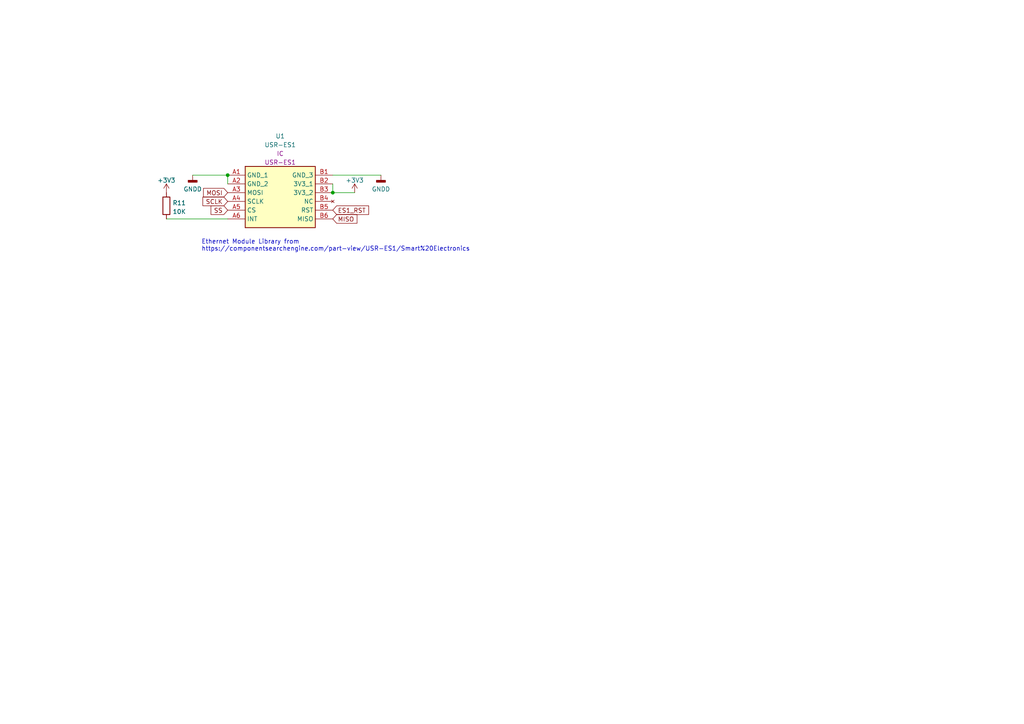
<source format=kicad_sch>
(kicad_sch (version 20211123) (generator eeschema)
  (paper "A4")
  (lib_symbols
    (symbol "Device:R" (pin_numbers hide) (pin_names (offset 0))
      (property "Reference" "R" (at 2.032 0 90))
      (property "Value" "R" (at 0 0 90))
      (symbol "R_0_1"
        (rectangle (start -1.016 -2.54) (end 1.016 2.54) (stroke (width 0.254)))
      )
      (symbol "R_1_1"
        (pin passive line (at 0 3.81 270) (length 1.27) (name "~") (number "1"))
        (pin passive line (at 0 -3.81 90) (length 1.27) (name "~") (number "2"))
      )
    )
    (symbol "USR-ES1:USR-ES1"
      (property "Value" "USR-ES1" (at 0 0 0))
      (property "Reference_1" "IC" (at 26.67 7.62 0))
      (property "Value_1" "USR-ES1" (at 26.67 5.08 0))
      (symbol "USR-ES1_1_1"
        (rectangle (start 5.08 2.54) (end 25.4 -15.24) (stroke (width 0.254)) (fill (type background)))
        (pin passive line (at 0 0 0) (length 5.08) (name "GND_1") (number "A1"))
        (pin passive line (at 0 -2.54 0) (length 5.08) (name "GND_2") (number "A2"))
        (pin passive line (at 0 -5.08 0) (length 5.08) (name "MOSI") (number "A3"))
        (pin passive line (at 0 -7.62 0) (length 5.08) (name "SCLK") (number "A4"))
        (pin passive line (at 0 -10.16 0) (length 5.08) (name "CS") (number "A5"))
        (pin passive line (at 0 -12.7 0) (length 5.08) (name "INT") (number "A6"))
        (pin passive line (at 30.48 0 180) (length 5.08) (name "GND_3") (number "B1"))
        (pin passive line (at 30.48 -2.54 180) (length 5.08) (name "3V3_1") (number "B2"))
        (pin passive line (at 30.48 -5.08 180) (length 5.08) (name "3V3_2") (number "B3"))
        (pin no_connect line (at 30.48 -7.62 180) (length 5.08) (name "NC") (number "B4"))
        (pin passive line (at 30.48 -10.16 180) (length 5.08) (name "RST") (number "B5"))
        (pin passive line (at 30.48 -12.7 180) (length 5.08) (name "MISO") (number "B6"))
      )
    )
    (symbol "power:+3V3" (power) (pin_names (offset 0))
      (property "Value" "+3V3" (at 0 3.556 0))
      (symbol "+3V3_0_1"
        (polyline (pts (xy -0.762 1.27) (xy 0 2.54)))
        (polyline (pts (xy 0 0) (xy 0 2.54)))
        (polyline (pts (xy 0 2.54) (xy 0.762 1.27)))
      )
      (symbol "+3V3_1_1"
        (pin power_in line (at 0 0 90) (length 0) hide (name "+3V3") (number "1"))
      )
    )
    (symbol "power:GNDD" (power) (pin_names (offset 0))
      (property "Value" "GNDD" (at 0 -3.175 0))
      (symbol "GNDD_0_1"
        (rectangle (start -1.27 -1.524) (end 1.27 -2.032) (stroke (width 0.254)) (fill (type outline)))
        (polyline (pts (xy 0 0) (xy 0 -1.524)))
      )
      (symbol "GNDD_1_1"
        (pin power_in line (at 0 0 270) (length 0) hide (name "GNDD") (number "1"))
      )
    )
  )
  (junction (at 66.04 50.8))
  (junction (at 96.52 55.88))
  (wire (pts (xy 96.52 50.8) (xy 110.49 50.8)))
  (wire (pts (xy 66.04 50.8) (xy 66.04 53.34)))
  (wire (pts (xy 96.52 55.88) (xy 102.87 55.88)))
  (wire (pts (xy 96.52 53.34) (xy 96.52 55.88)))
  (wire (pts (xy 55.88 50.8) (xy 66.04 50.8)))
  (wire (pts (xy 48.26 63.5) (xy 66.04 63.5)))
  (text "Ethernet Module Library from \nhttps://componentsearchengine.com/part-view/USR-ES1/Smart%20Electronics" (at 58.42 73.025 0) (effects (font (size 1.27 1.27)) (justify left bottom)))
  (global_label "MOSI" (shape input) (at 66.04 55.88 180) (property "Intersheet References" "${INTERSHEET_REFS}" (effects hide)))
  (global_label "MISO" (shape input) (at 96.52 63.5 0) (property "Intersheet References" "${INTERSHEET_REFS}" (effects hide)))
  (global_label "SS" (shape input) (at 66.04 60.96 180) (property "Intersheet References" "${INTERSHEET_REFS}" (effects hide)))
  (global_label "SCLK" (shape input) (at 66.04 58.42 180) (property "Intersheet References" "${INTERSHEET_REFS}" (effects hide)))
  (global_label "ES1_RST" (shape input) (at 96.52 60.96 0) (property "Intersheet References" "${INTERSHEET_REFS}" (effects hide)))
  (symbol (lib_id "power:GNDD") (at 55.88 50.8 0) (unit 1)
    (property "Reference" "#PWR014" (effects hide))
    (property "Value" "GNDDD" (at 55.88 54.8624 0))
  )
  (symbol (lib_id "Device:R") (at 48.26 59.69 0) (unit 1)
    (property "Reference" "R11" (at 50.038 58.8553 0) (effects (justify left)))
    (property "Value" "10K" (at 50.038 61.3922 0) (effects (justify left)))
    (property "Footprint" "PT_Library_v001:PT_R_Axial_DIN0204_L3.6mm_D1.6mm_P2.54mm_Vertical" (effects hide))
  )
  (symbol (lib_id "power:+3V3") (at 102.87 55.88 0) (unit 1)
    (property "Reference" "#PWR015" (effects hide))
    (property "Value" "+3V3" (at 102.87 52.3042 0))
  )
  (symbol (lib_id "power:+3V3") (at 48.26 55.88 0) (unit 1)
    (property "Reference" "#PWR013" (effects hide))
    (property "Value" "+3V3" (at 48.26 52.3042 0))
  )
  (symbol (lib_id "power:GNDD") (at 110.49 50.8 0) (unit 1)
    (property "Reference" "#PWR016" (effects hide))
    (property "Value" "GNDDD" (at 110.49 54.8624 0))
  )
  (symbol (lib_id "USR-ES1:USR-ES1") (at 66.04 50.8 0) (unit 1)
    (property "Reference" "U1" (at 81.28 39.4864 0))
    (property "Value" "USR-ES1" (at 81.28 42.0233 0))
    (property "Footprint" "USR-ES1:USRES1" (effects hide))
    (property "Reference_1" "IC" (at 81.28 44.5602 0))
    (property "Value_1" "USR-ES1" (at 81.28 47.0971 0))
    (property "Footprint_1" "USRES1" (effects hide))
    (property "Datasheet_1" "https://www.aliexpress.com/item/Free-Shipping-USR-ES1-W5500-Chip-New-SPI-to-LAN-Ethernet-Converter-TCP-IP-Mod/32714438223.html?spm=a2g0s.9042311.0.0.27424c4dBBEz2G" (effects hide))
    (property "Height" "3" (effects hide))
    (property "Manufacturer_Name" "Smart Electronics" (effects hide))
    (property "Manufacturer_Part_Number" "USR-ES1" (effects hide))
  )
)
</source>
